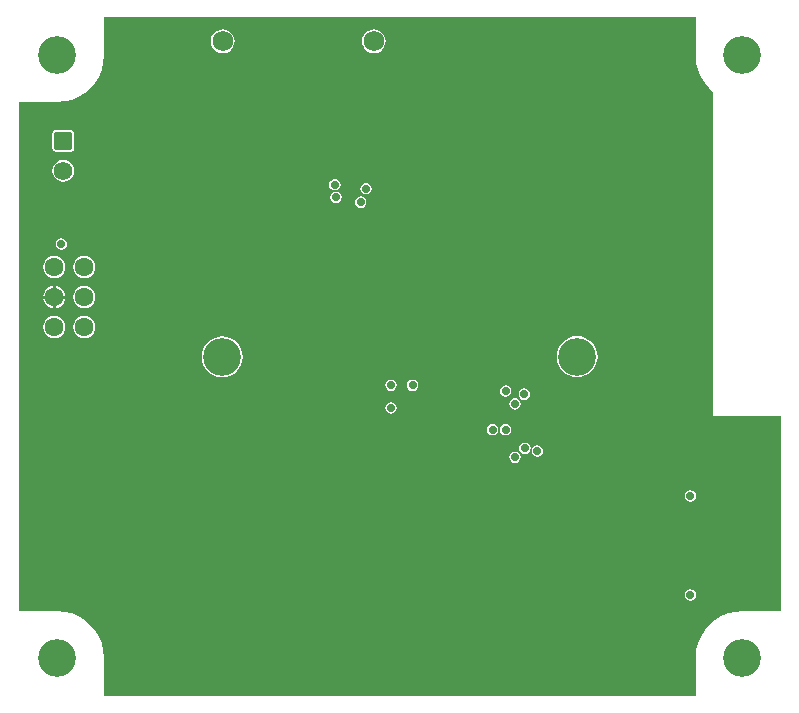
<source format=gbr>
%TF.GenerationSoftware,Altium Limited,Altium Designer,20.1.8 (145)*%
G04 Layer_Physical_Order=2*
G04 Layer_Color=36540*
%FSLAX45Y45*%
%MOMM*%
%TF.SameCoordinates,BC6BF5D2-64E0-48A2-8BE4-7255E7142536*%
%TF.FilePolarity,Positive*%
%TF.FileFunction,Copper,L2,Inr,Signal*%
%TF.Part,Single*%
G01*
G75*
%TA.AperFunction,ComponentPad*%
%ADD33C,3.20000*%
%ADD34C,1.75000*%
%ADD35C,1.50000*%
%ADD36C,1.60000*%
%ADD37C,1.58000*%
G04:AMPARAMS|DCode=38|XSize=1.58mm|YSize=1.58mm|CornerRadius=0.158mm|HoleSize=0mm|Usage=FLASHONLY|Rotation=0.000|XOffset=0mm|YOffset=0mm|HoleType=Round|Shape=RoundedRectangle|*
%AMROUNDEDRECTD38*
21,1,1.58000,1.26400,0,0,0.0*
21,1,1.26400,1.58000,0,0,0.0*
1,1,0.31600,0.63200,-0.63200*
1,1,0.31600,-0.63200,-0.63200*
1,1,0.31600,-0.63200,0.63200*
1,1,0.31600,0.63200,0.63200*
%
%ADD38ROUNDEDRECTD38*%
%TA.AperFunction,WasherPad*%
%ADD39C,3.20000*%
%TA.AperFunction,ViaPad*%
%ADD40C,0.70000*%
G36*
X5756872Y5450000D02*
X5756005D01*
X5760856Y5388365D01*
X5775289Y5328249D01*
X5798948Y5271130D01*
X5831251Y5218416D01*
X5871404Y5171403D01*
X5904127Y5143455D01*
Y4774116D01*
X5904104Y4774000D01*
Y3274000D01*
X5904127Y3273886D01*
X5904127Y2400000D01*
X6474104Y2400000D01*
Y743128D01*
X6150000D01*
Y743995D01*
X6088366Y739144D01*
X6028249Y724711D01*
X5971130Y701052D01*
X5918416Y668748D01*
X5871404Y628596D01*
X5831251Y581584D01*
X5798948Y528870D01*
X5775289Y471751D01*
X5760856Y411634D01*
X5756005Y350000D01*
X5756872D01*
Y25896D01*
X743128D01*
Y350000D01*
X743995D01*
X739144Y411634D01*
X724711Y471751D01*
X701052Y528870D01*
X668748Y581584D01*
X628596Y628596D01*
X581584Y668748D01*
X528870Y701052D01*
X471751Y724711D01*
X411634Y739144D01*
X350000Y743995D01*
Y743128D01*
X25896D01*
X25897Y5056872D01*
X350000D01*
Y5056005D01*
X411634Y5060856D01*
X471751Y5075289D01*
X528870Y5098948D01*
X581584Y5131251D01*
X628596Y5171403D01*
X668748Y5218416D01*
X701052Y5271130D01*
X724711Y5328249D01*
X739144Y5388365D01*
X743995Y5450000D01*
X743128D01*
Y5774104D01*
X5756872D01*
Y5450000D01*
D02*
G37*
%LPC*%
G36*
X3030000Y5671065D02*
X3003843Y5667621D01*
X2979468Y5657525D01*
X2958537Y5641463D01*
X2942475Y5620532D01*
X2932379Y5596157D01*
X2928935Y5570000D01*
X2932379Y5543843D01*
X2942475Y5519468D01*
X2958537Y5498537D01*
X2979468Y5482475D01*
X3003843Y5472379D01*
X3030000Y5468935D01*
X3056157Y5472379D01*
X3080532Y5482475D01*
X3101463Y5498537D01*
X3117525Y5519468D01*
X3127621Y5543843D01*
X3131065Y5570000D01*
X3127621Y5596157D01*
X3117525Y5620532D01*
X3101463Y5641463D01*
X3080532Y5657525D01*
X3056157Y5667621D01*
X3030000Y5671065D01*
D02*
G37*
G36*
X1750000D02*
X1723843Y5667621D01*
X1699468Y5657525D01*
X1678537Y5641463D01*
X1662475Y5620532D01*
X1652379Y5596157D01*
X1648935Y5570000D01*
X1652379Y5543843D01*
X1662475Y5519468D01*
X1678537Y5498537D01*
X1699468Y5482475D01*
X1723843Y5472379D01*
X1750000Y5468935D01*
X1776157Y5472379D01*
X1800532Y5482475D01*
X1821463Y5498537D01*
X1837525Y5519468D01*
X1847621Y5543843D01*
X1851065Y5570000D01*
X1847621Y5596157D01*
X1837525Y5620532D01*
X1821463Y5641463D01*
X1800532Y5657525D01*
X1776157Y5667621D01*
X1750000Y5671065D01*
D02*
G37*
G36*
X463200Y4819258D02*
X336800D01*
X325680Y4817046D01*
X316253Y4810747D01*
X309954Y4801320D01*
X307742Y4790199D01*
Y4663800D01*
X309954Y4652680D01*
X316253Y4643253D01*
X325680Y4636953D01*
X336800Y4634742D01*
X463200D01*
X474320Y4636953D01*
X483747Y4643253D01*
X490046Y4652680D01*
X492258Y4663800D01*
Y4790199D01*
X490046Y4801320D01*
X483747Y4810747D01*
X474320Y4817046D01*
X463200Y4819258D01*
D02*
G37*
G36*
X400000Y4565491D02*
X376061Y4562340D01*
X353754Y4553100D01*
X334599Y4538401D01*
X319900Y4519246D01*
X310661Y4496939D01*
X307509Y4473000D01*
X310661Y4449062D01*
X319900Y4426755D01*
X334599Y4407599D01*
X353754Y4392901D01*
X376061Y4383661D01*
X400000Y4380509D01*
X423938Y4383661D01*
X446245Y4392901D01*
X465401Y4407599D01*
X480100Y4426755D01*
X489339Y4449062D01*
X492491Y4473000D01*
X489339Y4496939D01*
X480100Y4519246D01*
X465401Y4538401D01*
X446245Y4553100D01*
X423938Y4562340D01*
X400000Y4565491D01*
D02*
G37*
G36*
X2698977Y4404760D02*
X2680365Y4401058D01*
X2664587Y4390516D01*
X2654044Y4374738D01*
X2650342Y4356126D01*
X2654044Y4337514D01*
X2664587Y4321736D01*
X2680365Y4311194D01*
X2698977Y4307492D01*
X2717588Y4311194D01*
X2733367Y4321736D01*
X2743909Y4337514D01*
X2747611Y4356126D01*
X2743909Y4374738D01*
X2733367Y4390516D01*
X2717588Y4401058D01*
X2698977Y4404760D01*
D02*
G37*
G36*
X2963540Y4369814D02*
X2944928Y4366112D01*
X2929150Y4355570D01*
X2918608Y4339792D01*
X2914906Y4321180D01*
X2918608Y4302568D01*
X2929150Y4286790D01*
X2944928Y4276248D01*
X2963540Y4272546D01*
X2982152Y4276248D01*
X2997930Y4286790D01*
X3008472Y4302568D01*
X3012174Y4321180D01*
X3008472Y4339792D01*
X2997930Y4355570D01*
X2982152Y4366112D01*
X2963540Y4369814D01*
D02*
G37*
G36*
X2708533Y4295821D02*
X2689921Y4292119D01*
X2674143Y4281577D01*
X2663601Y4265798D01*
X2659899Y4247187D01*
X2663601Y4228575D01*
X2674143Y4212797D01*
X2689921Y4202254D01*
X2708533Y4198552D01*
X2727145Y4202254D01*
X2742923Y4212797D01*
X2753465Y4228575D01*
X2757167Y4247187D01*
X2753465Y4265798D01*
X2742923Y4281577D01*
X2727145Y4292119D01*
X2708533Y4295821D01*
D02*
G37*
G36*
X2917820Y4255514D02*
X2899208Y4251812D01*
X2883430Y4241270D01*
X2872888Y4225492D01*
X2869186Y4206880D01*
X2872888Y4188268D01*
X2883430Y4172490D01*
X2899208Y4161948D01*
X2917820Y4158246D01*
X2936432Y4161948D01*
X2952210Y4172490D01*
X2962752Y4188268D01*
X2966454Y4206880D01*
X2962752Y4225492D01*
X2952210Y4241270D01*
X2936432Y4251812D01*
X2917820Y4255514D01*
D02*
G37*
G36*
X383884Y3900577D02*
X365273Y3896875D01*
X349495Y3886332D01*
X338952Y3870554D01*
X335250Y3851942D01*
X338952Y3833331D01*
X349495Y3817552D01*
X365273Y3807010D01*
X383884Y3803308D01*
X402496Y3807010D01*
X418274Y3817552D01*
X428817Y3833331D01*
X432519Y3851942D01*
X428817Y3870554D01*
X418274Y3886332D01*
X402496Y3896875D01*
X383884Y3900577D01*
D02*
G37*
G36*
X577801Y3751525D02*
X553602Y3748339D01*
X531052Y3738998D01*
X511687Y3724139D01*
X496828Y3704775D01*
X487488Y3682225D01*
X484302Y3658025D01*
X487488Y3633826D01*
X496828Y3611275D01*
X511687Y3591911D01*
X531052Y3577052D01*
X553602Y3567711D01*
X577801Y3564526D01*
X602001Y3567711D01*
X624551Y3577052D01*
X643916Y3591911D01*
X658775Y3611275D01*
X668115Y3633826D01*
X671301Y3658025D01*
X668115Y3682225D01*
X658775Y3704775D01*
X643916Y3724139D01*
X624551Y3738998D01*
X602001Y3748339D01*
X577801Y3751525D01*
D02*
G37*
G36*
X323801D02*
X299602Y3748339D01*
X277052Y3738998D01*
X257687Y3724139D01*
X242828Y3704775D01*
X233488Y3682225D01*
X230302Y3658025D01*
X233488Y3633826D01*
X242828Y3611275D01*
X257687Y3591911D01*
X277052Y3577052D01*
X299602Y3567711D01*
X323801Y3564526D01*
X348001Y3567711D01*
X370551Y3577052D01*
X389916Y3591911D01*
X404775Y3611275D01*
X414115Y3633826D01*
X417301Y3658025D01*
X414115Y3682225D01*
X404775Y3704775D01*
X389916Y3724139D01*
X370551Y3738998D01*
X348001Y3748339D01*
X323801Y3751525D01*
D02*
G37*
G36*
X336501Y3495853D02*
Y3416725D01*
X415629D01*
X414115Y3428225D01*
X404775Y3450775D01*
X389916Y3470139D01*
X370551Y3484998D01*
X348001Y3494339D01*
X336501Y3495853D01*
D02*
G37*
G36*
X311101Y3495853D02*
X299602Y3494339D01*
X277052Y3484998D01*
X257687Y3470139D01*
X242828Y3450775D01*
X233488Y3428225D01*
X231974Y3416725D01*
X311101D01*
Y3495853D01*
D02*
G37*
G36*
Y3391325D02*
X231974D01*
X233488Y3379826D01*
X242828Y3357275D01*
X257687Y3337911D01*
X277052Y3323052D01*
X299602Y3313711D01*
X311101Y3312198D01*
Y3391325D01*
D02*
G37*
G36*
X415629D02*
X336501D01*
Y3312197D01*
X348001Y3313711D01*
X370551Y3323052D01*
X389916Y3337911D01*
X404775Y3357275D01*
X414115Y3379826D01*
X415629Y3391325D01*
D02*
G37*
G36*
X577801Y3497525D02*
X553602Y3494339D01*
X531052Y3484998D01*
X511687Y3470139D01*
X496828Y3450775D01*
X487488Y3428225D01*
X484302Y3404025D01*
X487488Y3379826D01*
X496828Y3357275D01*
X511687Y3337911D01*
X531052Y3323052D01*
X553602Y3313711D01*
X577801Y3310526D01*
X602001Y3313711D01*
X624551Y3323052D01*
X643916Y3337911D01*
X658775Y3357275D01*
X668115Y3379826D01*
X671301Y3404025D01*
X668115Y3428225D01*
X658775Y3450775D01*
X643916Y3470139D01*
X624551Y3484998D01*
X602001Y3494339D01*
X577801Y3497525D01*
D02*
G37*
G36*
Y3243525D02*
X553602Y3240339D01*
X531052Y3230998D01*
X511687Y3216139D01*
X496828Y3196775D01*
X487488Y3174225D01*
X484302Y3150025D01*
X487488Y3125826D01*
X496828Y3103275D01*
X511687Y3083911D01*
X531052Y3069052D01*
X553602Y3059711D01*
X577801Y3056526D01*
X602001Y3059711D01*
X624551Y3069052D01*
X643916Y3083911D01*
X658775Y3103275D01*
X668115Y3125826D01*
X671301Y3150025D01*
X668115Y3174225D01*
X658775Y3196775D01*
X643916Y3216139D01*
X624551Y3230998D01*
X602001Y3240339D01*
X577801Y3243525D01*
D02*
G37*
G36*
X323801D02*
X299602Y3240339D01*
X277052Y3230998D01*
X257687Y3216139D01*
X242828Y3196775D01*
X233488Y3174225D01*
X230302Y3150025D01*
X233488Y3125826D01*
X242828Y3103275D01*
X257687Y3083911D01*
X277052Y3069052D01*
X299602Y3059711D01*
X323801Y3056526D01*
X348001Y3059711D01*
X370551Y3069052D01*
X389916Y3083911D01*
X404775Y3103275D01*
X414115Y3125826D01*
X417301Y3150025D01*
X414115Y3174225D01*
X404775Y3196775D01*
X389916Y3216139D01*
X370551Y3230998D01*
X348001Y3240339D01*
X323801Y3243525D01*
D02*
G37*
G36*
X4750000Y3073536D02*
X4716145Y3070201D01*
X4683591Y3060326D01*
X4653589Y3044290D01*
X4627292Y3022708D01*
X4605711Y2996411D01*
X4589674Y2966409D01*
X4579799Y2933855D01*
X4576465Y2900000D01*
X4579799Y2866145D01*
X4589674Y2833591D01*
X4605711Y2803589D01*
X4627292Y2777292D01*
X4653589Y2755711D01*
X4683591Y2739674D01*
X4716145Y2729799D01*
X4750000Y2726464D01*
X4783855Y2729799D01*
X4816409Y2739674D01*
X4846411Y2755711D01*
X4872708Y2777292D01*
X4894290Y2803589D01*
X4910326Y2833591D01*
X4920201Y2866145D01*
X4923536Y2900000D01*
X4920201Y2933855D01*
X4910326Y2966409D01*
X4894290Y2996411D01*
X4872708Y3022708D01*
X4846411Y3044290D01*
X4816409Y3060326D01*
X4783855Y3070201D01*
X4750000Y3073536D01*
D02*
G37*
G36*
X1747500Y3071036D02*
X1713645Y3067701D01*
X1681091Y3057826D01*
X1651089Y3041789D01*
X1624792Y3020208D01*
X1603210Y2993911D01*
X1587174Y2963909D01*
X1577299Y2931355D01*
X1573964Y2897500D01*
X1577299Y2863645D01*
X1587174Y2831091D01*
X1603210Y2801089D01*
X1624792Y2774792D01*
X1651089Y2753210D01*
X1681091Y2737174D01*
X1713645Y2727299D01*
X1747500Y2723964D01*
X1781355Y2727299D01*
X1813909Y2737174D01*
X1843911Y2753210D01*
X1870208Y2774792D01*
X1891789Y2801089D01*
X1907826Y2831091D01*
X1917701Y2863645D01*
X1921036Y2897500D01*
X1917701Y2931355D01*
X1907826Y2963909D01*
X1891789Y2993911D01*
X1870208Y3020208D01*
X1843911Y3041789D01*
X1813909Y3057826D01*
X1781355Y3067701D01*
X1747500Y3071036D01*
D02*
G37*
G36*
X3357480Y2705497D02*
X3338869Y2701795D01*
X3323090Y2691253D01*
X3312548Y2675474D01*
X3308846Y2656863D01*
X3312548Y2638251D01*
X3323090Y2622473D01*
X3338869Y2611931D01*
X3357480Y2608228D01*
X3376092Y2611931D01*
X3391870Y2622473D01*
X3402413Y2638251D01*
X3406115Y2656863D01*
X3402413Y2675474D01*
X3391870Y2691253D01*
X3376092Y2701795D01*
X3357480Y2705497D01*
D02*
G37*
G36*
X3175000D02*
X3156388Y2701795D01*
X3140610Y2691253D01*
X3130068Y2675474D01*
X3126366Y2656863D01*
X3130068Y2638251D01*
X3140610Y2622473D01*
X3156388Y2611931D01*
X3175000Y2608228D01*
X3193612Y2611931D01*
X3209390Y2622473D01*
X3219932Y2638251D01*
X3223634Y2656863D01*
X3219932Y2675474D01*
X3209390Y2691253D01*
X3193612Y2701795D01*
X3175000Y2705497D01*
D02*
G37*
G36*
X4145924Y2657697D02*
X4127312Y2653995D01*
X4111534Y2643453D01*
X4100992Y2627674D01*
X4097289Y2609063D01*
X4100992Y2590451D01*
X4111534Y2574673D01*
X4127312Y2564131D01*
X4145924Y2560428D01*
X4164535Y2564131D01*
X4180314Y2574673D01*
X4190856Y2590451D01*
X4194558Y2609063D01*
X4190856Y2627674D01*
X4180314Y2643453D01*
X4164535Y2653995D01*
X4145924Y2657697D01*
D02*
G37*
G36*
X4304154Y2629757D02*
X4285542Y2626055D01*
X4269764Y2615513D01*
X4259222Y2599734D01*
X4255520Y2581123D01*
X4259222Y2562511D01*
X4269764Y2546733D01*
X4285542Y2536191D01*
X4304154Y2532488D01*
X4322766Y2536191D01*
X4338544Y2546733D01*
X4349086Y2562511D01*
X4352788Y2581123D01*
X4349086Y2599734D01*
X4338544Y2615513D01*
X4322766Y2626055D01*
X4304154Y2629757D01*
D02*
G37*
G36*
X4226560Y2548921D02*
X4207948Y2545219D01*
X4192170Y2534676D01*
X4181628Y2518898D01*
X4177926Y2500286D01*
X4181628Y2481675D01*
X4192170Y2465897D01*
X4207948Y2455354D01*
X4226560Y2451652D01*
X4245172Y2455354D01*
X4260950Y2465897D01*
X4271492Y2481675D01*
X4275194Y2500286D01*
X4271492Y2518898D01*
X4260950Y2534676D01*
X4245172Y2545219D01*
X4226560Y2548921D01*
D02*
G37*
G36*
X3175000Y2512434D02*
X3156388Y2508732D01*
X3140610Y2498190D01*
X3130068Y2482412D01*
X3126366Y2463800D01*
X3130068Y2445188D01*
X3140610Y2429410D01*
X3156388Y2418868D01*
X3175000Y2415166D01*
X3193612Y2418868D01*
X3209390Y2429410D01*
X3219932Y2445188D01*
X3223634Y2463800D01*
X3219932Y2482412D01*
X3209390Y2498190D01*
X3193612Y2508732D01*
X3175000Y2512434D01*
D02*
G37*
G36*
X4145924Y2330104D02*
X4127312Y2326402D01*
X4111534Y2315859D01*
X4100992Y2300081D01*
X4097289Y2281470D01*
X4100992Y2262858D01*
X4111534Y2247080D01*
X4127312Y2236537D01*
X4145924Y2232835D01*
X4164535Y2236537D01*
X4180314Y2247080D01*
X4190856Y2262858D01*
X4194558Y2281470D01*
X4190856Y2300081D01*
X4180314Y2315859D01*
X4164535Y2326402D01*
X4145924Y2330104D01*
D02*
G37*
G36*
X4036120D02*
X4017508Y2326402D01*
X4001730Y2315859D01*
X3991188Y2300081D01*
X3987486Y2281470D01*
X3991188Y2262858D01*
X4001730Y2247080D01*
X4017508Y2236537D01*
X4036120Y2232835D01*
X4054732Y2236537D01*
X4070510Y2247080D01*
X4081052Y2262858D01*
X4084754Y2281470D01*
X4081052Y2300081D01*
X4070510Y2315859D01*
X4054732Y2326402D01*
X4036120Y2330104D01*
D02*
G37*
G36*
X4307598Y2171481D02*
X4288987Y2167778D01*
X4273208Y2157236D01*
X4262666Y2141458D01*
X4258964Y2122846D01*
X4262666Y2104235D01*
X4273208Y2088456D01*
X4288987Y2077914D01*
X4307598Y2074212D01*
X4326210Y2077914D01*
X4341988Y2088456D01*
X4352531Y2104235D01*
X4356233Y2122846D01*
X4352531Y2141458D01*
X4341988Y2157236D01*
X4326210Y2167778D01*
X4307598Y2171481D01*
D02*
G37*
G36*
X4414162Y2148164D02*
X4395551Y2144462D01*
X4379773Y2133919D01*
X4369230Y2118141D01*
X4365528Y2099529D01*
X4369230Y2080918D01*
X4379773Y2065140D01*
X4395551Y2054597D01*
X4414162Y2050895D01*
X4432774Y2054597D01*
X4448552Y2065140D01*
X4459095Y2080918D01*
X4462797Y2099529D01*
X4459095Y2118141D01*
X4448552Y2133919D01*
X4432774Y2144462D01*
X4414162Y2148164D01*
D02*
G37*
G36*
X4226560Y2095874D02*
X4207948Y2092172D01*
X4192170Y2081630D01*
X4181628Y2065852D01*
X4177926Y2047240D01*
X4181628Y2028628D01*
X4192170Y2012850D01*
X4207948Y2002308D01*
X4226560Y1998606D01*
X4245172Y2002308D01*
X4260950Y2012850D01*
X4271492Y2028628D01*
X4275194Y2047240D01*
X4271492Y2065852D01*
X4260950Y2081630D01*
X4245172Y2092172D01*
X4226560Y2095874D01*
D02*
G37*
G36*
X5710581Y1768634D02*
X5691970Y1764932D01*
X5676192Y1754390D01*
X5665649Y1738611D01*
X5661947Y1720000D01*
X5665649Y1701388D01*
X5676192Y1685610D01*
X5691970Y1675068D01*
X5710581Y1671365D01*
X5729193Y1675068D01*
X5744971Y1685610D01*
X5755514Y1701388D01*
X5759216Y1720000D01*
X5755514Y1738611D01*
X5744971Y1754390D01*
X5729193Y1764932D01*
X5710581Y1768634D01*
D02*
G37*
G36*
Y928634D02*
X5691970Y924932D01*
X5676192Y914390D01*
X5665649Y898612D01*
X5661947Y880000D01*
X5665649Y861388D01*
X5676192Y845610D01*
X5691970Y835068D01*
X5710581Y831366D01*
X5729193Y835068D01*
X5744971Y845610D01*
X5755514Y861388D01*
X5759216Y880000D01*
X5755514Y898612D01*
X5744971Y914390D01*
X5729193Y924932D01*
X5710581Y928634D01*
D02*
G37*
%LPD*%
D33*
X4750000Y2900000D02*
D03*
X1747500Y2897500D02*
D03*
D34*
X3030000Y5570000D02*
D03*
X1750000D02*
D03*
D35*
X508000Y2032000D02*
D03*
X254000D02*
D03*
X2286000Y4318000D02*
D03*
X508000Y1524000D02*
D03*
X3810000Y3810000D02*
D03*
X6350000Y2032000D02*
D03*
X254000Y1778000D02*
D03*
Y1524000D02*
D03*
X5842000Y2032000D02*
D03*
Y2286000D02*
D03*
X3556000Y3810000D02*
D03*
X6096000Y2032000D02*
D03*
X508000Y1778000D02*
D03*
X6350000Y2286000D02*
D03*
X2032000Y4318000D02*
D03*
X6096000Y2286000D02*
D03*
D36*
X577801Y3658025D02*
D03*
Y3404025D02*
D03*
Y3150025D02*
D03*
X323801D02*
D03*
Y3404025D02*
D03*
Y3658025D02*
D03*
D37*
X400000Y4473000D02*
D03*
D38*
Y4727000D02*
D03*
D39*
X6150000Y350000D02*
D03*
Y5450000D02*
D03*
X350000Y350000D02*
D03*
Y5450000D02*
D03*
D40*
X2494212Y3953522D02*
D03*
X2405153Y3864463D02*
D03*
X2583271Y3864463D02*
D03*
X3313186Y3876352D02*
D03*
X3402096Y3787293D02*
D03*
X3313186Y3698234D02*
D03*
X2708533Y4247187D02*
D03*
X2698977Y4356126D02*
D03*
X2879191Y4324435D02*
D03*
X5710581Y880000D02*
D03*
X2758391Y4180466D02*
D03*
X2879191Y4132172D02*
D03*
X2758391Y4414589D02*
D03*
X2963540Y4321180D02*
D03*
X2917820Y4206880D02*
D03*
X383884Y3851942D02*
D03*
X4450895Y3717580D02*
D03*
X2885505Y3829453D02*
D03*
X3086100D02*
D03*
X3357480Y2656863D02*
D03*
X3175000Y2463800D02*
D03*
X4036120Y2281470D02*
D03*
X1165948Y5139237D02*
D03*
X4414162Y2099529D02*
D03*
X4307598Y2122846D02*
D03*
X5484271Y5058983D02*
D03*
X5598000Y5153983D02*
D03*
X5711729Y5058983D02*
D03*
X6215380Y880000D02*
D03*
Y1720000D02*
D03*
X2953379Y5184477D02*
D03*
X2583574Y5552156D02*
D03*
Y5397844D02*
D03*
X2503279Y5549616D02*
D03*
X2480418Y5474999D02*
D03*
X2686729D02*
D03*
X2663869Y5549616D02*
D03*
X2503280Y5400384D02*
D03*
X2663869D02*
D03*
X2841629Y5275940D02*
D03*
X2728379Y5184477D02*
D03*
X4304154Y2581123D02*
D03*
X3175000Y2656863D02*
D03*
X2149927Y4689237D02*
D03*
X4145924Y2281470D02*
D03*
X4226560Y2047240D02*
D03*
X2416308Y4914237D02*
D03*
X4226560Y2500286D02*
D03*
X4145924Y2609063D02*
D03*
X3128090Y3561057D02*
D03*
X1105060Y3788026D02*
D03*
X1016000Y3876936D02*
D03*
X926941Y3788026D02*
D03*
X3339429Y5139237D02*
D03*
X3250370Y5228148D02*
D03*
X3161310Y5139237D02*
D03*
X3888095D02*
D03*
X3799036Y5228148D02*
D03*
X3709976Y5139237D02*
D03*
X3768619Y4500600D02*
D03*
X1879154Y3554463D02*
D03*
X1879154Y3644463D02*
D03*
X2171933Y5184478D02*
D03*
X1946933D02*
D03*
X2060183Y5275941D02*
D03*
X2213173Y4914237D02*
D03*
X1907250Y4914237D02*
D03*
X4952920Y4340600D02*
D03*
X5710581Y1720000D02*
D03*
X2643551Y2886750D02*
D03*
X3025000Y2824760D02*
D03*
X3086430Y2969160D02*
D03*
Y3040280D02*
D03*
X3239840Y3652520D02*
D03*
X3474000Y2824760D02*
D03*
X3400000D02*
D03*
X3413570Y2969160D02*
D03*
Y3040280D02*
D03*
X3858320Y2886005D02*
D03*
X4385760Y4365678D02*
D03*
X4776475Y3488366D02*
D03*
Y3413750D02*
D03*
X4783184Y4694668D02*
D03*
Y4615600D02*
D03*
X4958000Y4694668D02*
D03*
X5758000Y3704833D02*
D03*
Y3622716D02*
D03*
Y3869066D02*
D03*
Y3786950D02*
D03*
Y4115416D02*
D03*
Y4033300D02*
D03*
Y4279650D02*
D03*
Y4197533D02*
D03*
Y4443883D02*
D03*
X5853000Y4694668D02*
D03*
X5758000D02*
D03*
X2643551Y3113250D02*
D03*
X3100000Y3171255D02*
D03*
X3475000D02*
D03*
X3400000D02*
D03*
X3858320Y3111500D02*
D03*
X4776475Y3339135D02*
D03*
X4783080Y4340600D02*
D03*
X4924980Y3339135D02*
D03*
X4958000Y4531612D02*
D03*
X5158213Y3718380D02*
D03*
X5160500Y3922971D02*
D03*
Y4120471D02*
D03*
X5158213Y4322820D02*
D03*
X5357999Y3718380D02*
D03*
X5358000Y3922971D02*
D03*
Y4120471D02*
D03*
X5357999Y4322820D02*
D03*
X5557786Y3718380D02*
D03*
X5556276Y3922971D02*
D03*
Y4120471D02*
D03*
X5557786Y4322820D02*
D03*
X5853000Y3339578D02*
D03*
X5766979Y3339578D02*
D03*
X5758000Y3540600D02*
D03*
Y3951183D02*
D03*
Y4361766D02*
D03*
Y4526000D02*
D03*
X2953760Y2895000D02*
D03*
X2552473Y2999861D02*
D03*
X2929813Y3186231D02*
D03*
X3543917Y2895000D02*
D03*
X3949780Y3000000D02*
D03*
X4151546Y4178161D02*
D03*
X4863000Y4694668D02*
D03*
X5058320Y3819119D02*
D03*
X5259196Y3823100D02*
D03*
X5456696D02*
D03*
X5657680Y3819120D02*
D03*
X5058320Y4020599D02*
D03*
X5259196Y4020600D02*
D03*
X5457893D02*
D03*
X5657680Y4020600D02*
D03*
X5058320Y4222078D02*
D03*
X5259196Y4218100D02*
D03*
X5456696D02*
D03*
X5657680Y4222079D02*
D03*
X5678000Y4694668D02*
D03*
X3543917Y3105000D02*
D03*
X3351590Y3561057D02*
D03*
X4850728Y3339135D02*
D03*
X5058320Y3718380D02*
D03*
X5258106D02*
D03*
X5457893D02*
D03*
X5657679D02*
D03*
X5058320Y3919859D02*
D03*
X5259196Y3922971D02*
D03*
X5456696D02*
D03*
X5657680Y3919860D02*
D03*
X5058320Y4121338D02*
D03*
X5259196Y4120471D02*
D03*
X5456696D02*
D03*
X5657680Y4121339D02*
D03*
X5058320Y4322818D02*
D03*
X5258106Y4322820D02*
D03*
X5457893D02*
D03*
X5657679Y4322819D02*
D03*
X5678000Y4526000D02*
D03*
%TF.MD5,85346fafc873addd8a9364de8374d528*%
M02*

</source>
